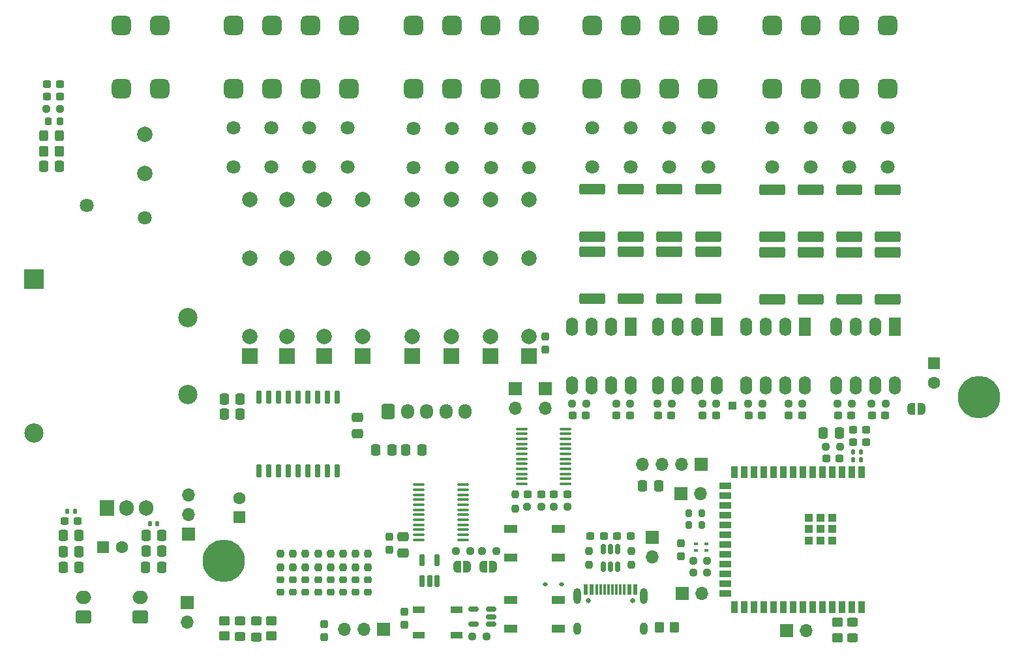
<source format=gbr>
%TF.GenerationSoftware,KiCad,Pcbnew,8.0.4*%
%TF.CreationDate,2024-11-14T02:45:49+01:00*%
%TF.ProjectId,hamodule,68616d6f-6475-46c6-952e-6b696361645f,20240908.25.8-2*%
%TF.SameCoordinates,Original*%
%TF.FileFunction,Soldermask,Top*%
%TF.FilePolarity,Negative*%
%FSLAX46Y46*%
G04 Gerber Fmt 4.6, Leading zero omitted, Abs format (unit mm)*
G04 Created by KiCad (PCBNEW 8.0.4) date 2024-11-14 02:45:49*
%MOMM*%
%LPD*%
G01*
G04 APERTURE LIST*
G04 Aperture macros list*
%AMRoundRect*
0 Rectangle with rounded corners*
0 $1 Rounding radius*
0 $2 $3 $4 $5 $6 $7 $8 $9 X,Y pos of 4 corners*
0 Add a 4 corners polygon primitive as box body*
4,1,4,$2,$3,$4,$5,$6,$7,$8,$9,$2,$3,0*
0 Add four circle primitives for the rounded corners*
1,1,$1+$1,$2,$3*
1,1,$1+$1,$4,$5*
1,1,$1+$1,$6,$7*
1,1,$1+$1,$8,$9*
0 Add four rect primitives between the rounded corners*
20,1,$1+$1,$2,$3,$4,$5,0*
20,1,$1+$1,$4,$5,$6,$7,0*
20,1,$1+$1,$6,$7,$8,$9,0*
20,1,$1+$1,$8,$9,$2,$3,0*%
%AMFreePoly0*
4,1,19,0.000000,0.744911,0.071157,0.744911,0.207708,0.704816,0.327430,0.627875,0.420627,0.520320,0.479746,0.390866,0.500000,0.250000,0.500000,-0.250000,0.479746,-0.390866,0.420627,-0.520320,0.327430,-0.627875,0.207708,-0.704816,0.071157,-0.744911,0.000000,-0.744911,0.000000,-0.750000,-0.500000,-0.750000,-0.500000,0.750000,0.000000,0.750000,0.000000,0.744911,0.000000,0.744911,
$1*%
%AMFreePoly1*
4,1,19,0.500000,-0.750000,0.000000,-0.750000,0.000000,-0.744911,-0.071157,-0.744911,-0.207708,-0.704816,-0.327430,-0.627875,-0.420627,-0.520320,-0.479746,-0.390866,-0.500000,-0.250000,-0.500000,0.250000,-0.479746,0.390866,-0.420627,0.520320,-0.327430,0.627875,-0.207708,0.704816,-0.071157,0.744911,0.000000,0.744911,0.000000,0.750000,0.500000,0.750000,0.500000,-0.750000,0.500000,-0.750000,
$1*%
G04 Aperture macros list end*
%ADD10RoundRect,0.237500X-0.237500X0.250000X-0.237500X-0.250000X0.237500X-0.250000X0.237500X0.250000X0*%
%ADD11RoundRect,0.162500X0.162500X-0.617500X0.162500X0.617500X-0.162500X0.617500X-0.162500X-0.617500X0*%
%ADD12R,1.700000X1.700000*%
%ADD13O,1.700000X1.700000*%
%ADD14RoundRect,0.249999X-1.425001X0.450001X-1.425001X-0.450001X1.425001X-0.450001X1.425001X0.450001X0*%
%ADD15C,1.800000*%
%ADD16RoundRect,0.250000X0.450000X-0.325000X0.450000X0.325000X-0.450000X0.325000X-0.450000X-0.325000X0*%
%ADD17RoundRect,0.250000X0.450000X-0.350000X0.450000X0.350000X-0.450000X0.350000X-0.450000X-0.350000X0*%
%ADD18RoundRect,0.250000X0.750000X-0.600000X0.750000X0.600000X-0.750000X0.600000X-0.750000X-0.600000X0*%
%ADD19O,2.000000X1.700000*%
%ADD20RoundRect,0.250000X0.337500X0.475000X-0.337500X0.475000X-0.337500X-0.475000X0.337500X-0.475000X0*%
%ADD21R,2.500000X2.500000*%
%ADD22C,2.500000*%
%ADD23R,1.905000X2.000000*%
%ADD24O,1.905000X2.000000*%
%ADD25RoundRect,0.625000X0.625000X0.625000X-0.625000X0.625000X-0.625000X-0.625000X0.625000X-0.625000X0*%
%ADD26C,2.000000*%
%ADD27R,1.600000X2.400000*%
%ADD28O,1.600000X2.400000*%
%ADD29RoundRect,0.237500X-0.250000X-0.237500X0.250000X-0.237500X0.250000X0.237500X-0.250000X0.237500X0*%
%ADD30RoundRect,0.237500X0.300000X0.237500X-0.300000X0.237500X-0.300000X-0.237500X0.300000X-0.237500X0*%
%ADD31R,1.800000X1.100000*%
%ADD32RoundRect,0.237500X-0.300000X-0.237500X0.300000X-0.237500X0.300000X0.237500X-0.300000X0.237500X0*%
%ADD33RoundRect,0.237500X-0.237500X0.300000X-0.237500X-0.300000X0.237500X-0.300000X0.237500X0.300000X0*%
%ADD34RoundRect,0.150000X0.150000X-0.725000X0.150000X0.725000X-0.150000X0.725000X-0.150000X-0.725000X0*%
%ADD35R,1.600000X1.600000*%
%ADD36C,1.600000*%
%ADD37RoundRect,0.237500X0.237500X-0.250000X0.237500X0.250000X-0.237500X0.250000X-0.237500X-0.250000X0*%
%ADD38RoundRect,0.218750X0.256250X-0.218750X0.256250X0.218750X-0.256250X0.218750X-0.256250X-0.218750X0*%
%ADD39R,2.000000X2.000000*%
%ADD40RoundRect,0.150000X0.512500X0.150000X-0.512500X0.150000X-0.512500X-0.150000X0.512500X-0.150000X0*%
%ADD41RoundRect,0.200000X0.200000X0.275000X-0.200000X0.275000X-0.200000X-0.275000X0.200000X-0.275000X0*%
%ADD42R,0.900000X1.500000*%
%ADD43R,1.500000X0.900000*%
%ADD44R,1.000000X1.000000*%
%ADD45RoundRect,0.100000X0.637500X0.100000X-0.637500X0.100000X-0.637500X-0.100000X0.637500X-0.100000X0*%
%ADD46RoundRect,0.237500X0.237500X-0.300000X0.237500X0.300000X-0.237500X0.300000X-0.237500X-0.300000X0*%
%ADD47RoundRect,0.250000X-0.450000X0.325000X-0.450000X-0.325000X0.450000X-0.325000X0.450000X0.325000X0*%
%ADD48RoundRect,0.250000X-0.337500X-0.475000X0.337500X-0.475000X0.337500X0.475000X-0.337500X0.475000X0*%
%ADD49RoundRect,0.112500X-0.187500X-0.112500X0.187500X-0.112500X0.187500X0.112500X-0.187500X0.112500X0*%
%ADD50RoundRect,0.250000X0.350000X0.450000X-0.350000X0.450000X-0.350000X-0.450000X0.350000X-0.450000X0*%
%ADD51RoundRect,0.140000X-0.140000X-0.170000X0.140000X-0.170000X0.140000X0.170000X-0.140000X0.170000X0*%
%ADD52C,0.650000*%
%ADD53R,0.600000X1.450000*%
%ADD54R,0.300000X1.450000*%
%ADD55O,1.000000X2.100000*%
%ADD56O,1.000000X1.600000*%
%ADD57RoundRect,0.250000X-0.600000X-0.725000X0.600000X-0.725000X0.600000X0.725000X-0.600000X0.725000X0*%
%ADD58O,1.700000X1.950000*%
%ADD59RoundRect,0.250000X0.325000X0.450000X-0.325000X0.450000X-0.325000X-0.450000X0.325000X-0.450000X0*%
%ADD60FreePoly0,180.000000*%
%ADD61FreePoly1,180.000000*%
%ADD62RoundRect,0.250000X-0.475000X0.337500X-0.475000X-0.337500X0.475000X-0.337500X0.475000X0.337500X0*%
%ADD63C,5.500000*%
%ADD64RoundRect,0.140000X0.140000X0.170000X-0.140000X0.170000X-0.140000X-0.170000X0.140000X-0.170000X0*%
%ADD65RoundRect,0.250000X-0.350000X-0.450000X0.350000X-0.450000X0.350000X0.450000X-0.350000X0.450000X0*%
%ADD66R,0.500000X0.300000*%
%ADD67RoundRect,0.150000X0.150000X-0.512500X0.150000X0.512500X-0.150000X0.512500X-0.150000X-0.512500X0*%
%ADD68RoundRect,0.237500X0.250000X0.237500X-0.250000X0.237500X-0.250000X-0.237500X0.250000X-0.237500X0*%
%ADD69FreePoly1,0.000000*%
%ADD70FreePoly0,0.000000*%
%ADD71RoundRect,0.218750X0.218750X0.256250X-0.218750X0.256250X-0.218750X-0.256250X0.218750X-0.256250X0*%
G04 APERTURE END LIST*
D10*
%TO.C,R60*%
X66274000Y19443400D03*
X66274000Y17618400D03*
%TD*%
D11*
%TO.C,U14*%
X54174000Y10918400D03*
X56074000Y10918400D03*
X56074000Y8218400D03*
X55124000Y8218400D03*
X54174000Y8218400D03*
%TD*%
D12*
%TO.C,J5*%
X23674000Y5448400D03*
D13*
X23674000Y2908400D03*
%TD*%
D14*
%TO.C,R12*%
X76275000Y59056900D03*
X76275000Y52956900D03*
%TD*%
%TO.C,R11*%
X81228000Y59056900D03*
X81228000Y52956900D03*
%TD*%
D15*
%TO.C,RV1*%
X10626400Y57005330D03*
X18126400Y55372000D03*
%TD*%
D14*
%TO.C,R19*%
X81228000Y51005100D03*
X81228000Y44905100D03*
%TD*%
%TO.C,R20*%
X76275000Y51005100D03*
X76275000Y44905100D03*
%TD*%
D16*
%TO.C,D2*%
X30524000Y993400D03*
X30524000Y3043400D03*
%TD*%
D17*
%TO.C,R7*%
X28524000Y1068400D03*
X28524000Y3068400D03*
%TD*%
D18*
%TO.C,J1*%
X17574000Y3568700D03*
D19*
X17574000Y6068700D03*
%TD*%
D20*
%TO.C,C14*%
X9644200Y14098600D03*
X7569200Y14098600D03*
%TD*%
%TO.C,C8*%
X20361500Y12068400D03*
X18286500Y12068400D03*
%TD*%
D21*
%TO.C,PS1*%
X3780000Y47421800D03*
D22*
X3780000Y27421800D03*
X23780000Y32421800D03*
X23780000Y42421800D03*
%TD*%
D23*
%TO.C,U1*%
X13242700Y17729200D03*
D24*
X15782700Y17729200D03*
X18322700Y17729200D03*
%TD*%
D25*
%TO.C,J15*%
X44691800Y72136000D03*
X44691800Y80335999D03*
X39691800Y72136000D03*
X39691800Y80335999D03*
X34691800Y72136000D03*
X34691800Y80335999D03*
X29691800Y72136000D03*
X29691800Y80335999D03*
%TD*%
%TO.C,J2*%
X20144000Y72112401D03*
X20144000Y80312400D03*
X15144000Y72112401D03*
X15144000Y80312400D03*
%TD*%
%TO.C,J7*%
X91264000Y72140201D03*
X91264000Y80340200D03*
X86264000Y72140201D03*
X86264000Y80340200D03*
X81264000Y72140201D03*
X81264000Y80340200D03*
X76264000Y72140201D03*
X76264000Y80340200D03*
%TD*%
D26*
%TO.C,F1*%
X18161000Y66243200D03*
X18151000Y61163200D03*
%TD*%
D27*
%TO.C,U4*%
X115513178Y41232282D03*
D28*
X112973178Y41232282D03*
X110433178Y41232282D03*
X107893178Y41232282D03*
X107893178Y33612282D03*
X110433178Y33612282D03*
X112973178Y33612282D03*
X115513178Y33612282D03*
%TD*%
D14*
%TO.C,R21*%
X91286400Y51005100D03*
X91286400Y44905100D03*
%TD*%
%TO.C,R10*%
X86257200Y59056900D03*
X86257200Y52956900D03*
%TD*%
%TO.C,R9*%
X91286400Y59056900D03*
X91286400Y52956900D03*
%TD*%
D27*
%TO.C,U7*%
X81205300Y41228800D03*
D28*
X78665300Y41228800D03*
X76125300Y41228800D03*
X73585300Y41228800D03*
X73585300Y33608800D03*
X76125300Y33608800D03*
X78665300Y33608800D03*
X81205300Y33608800D03*
%TD*%
D27*
%TO.C,U6*%
X92381300Y41228800D03*
D28*
X89841300Y41228800D03*
X87301300Y41228800D03*
X84761300Y41228800D03*
X84761300Y33608800D03*
X87301300Y33608800D03*
X89841300Y33608800D03*
X92381300Y33608800D03*
%TD*%
D14*
%TO.C,R22*%
X86257200Y51005100D03*
X86257200Y44905100D03*
%TD*%
D29*
%TO.C,R1*%
X106588402Y25681201D03*
X108413402Y25681201D03*
%TD*%
D30*
%TO.C,C3*%
X108350902Y24157201D03*
X106625902Y24157201D03*
%TD*%
D18*
%TO.C,J4*%
X10174000Y3568700D03*
D19*
X10174000Y6068700D03*
%TD*%
D31*
%TO.C,SW2*%
X65671000Y14968400D03*
X71871000Y14968400D03*
X65671000Y11268400D03*
X71871000Y11268400D03*
%TD*%
%TO.C,SW3*%
X65669800Y5765800D03*
X71869800Y5765800D03*
X65669800Y2065800D03*
X71869800Y2065800D03*
%TD*%
D12*
%TO.C,J10*%
X101429402Y1808701D03*
D13*
X103969402Y1808701D03*
%TD*%
D32*
%TO.C,C6*%
X110099000Y26268400D03*
X111824000Y26268400D03*
%TD*%
D33*
%TO.C,C30*%
X87779402Y13161201D03*
X87779402Y11436201D03*
%TD*%
D12*
%TO.C,J19*%
X70174000Y33168400D03*
D13*
X70174000Y30628400D03*
%TD*%
D30*
%TO.C,C11*%
X77724000Y14078701D03*
X75999000Y14078701D03*
%TD*%
D16*
%TO.C,D3*%
X32624000Y968400D03*
X32624000Y3018400D03*
%TD*%
D34*
%TO.C,U11*%
X32964000Y22543400D03*
X34234000Y22543400D03*
X35504000Y22543400D03*
X36774000Y22543400D03*
X38044000Y22543400D03*
X39314000Y22543400D03*
X40584000Y22543400D03*
X41854000Y22543400D03*
X43124000Y22543400D03*
X43124000Y32093400D03*
X41854000Y32093400D03*
X40584000Y32093400D03*
X39314000Y32093400D03*
X38044000Y32093400D03*
X36774000Y32093400D03*
X35504000Y32093400D03*
X34234000Y32093400D03*
X32964000Y32093400D03*
%TD*%
D35*
%TO.C,C19*%
X120624000Y36468400D03*
D36*
X120624000Y33968400D03*
%TD*%
D12*
%TO.C,J14*%
X90364000Y23368400D03*
D13*
X87824000Y23368400D03*
X85284000Y23368400D03*
X82744000Y23368400D03*
%TD*%
D37*
%TO.C,R46*%
X37396000Y9965496D03*
X37396000Y11790496D03*
%TD*%
D25*
%TO.C,J6*%
X114621702Y72140201D03*
X114621702Y80340200D03*
X109621702Y72140201D03*
X109621702Y80340200D03*
X104621702Y72140201D03*
X104621702Y80340200D03*
X99621702Y72140201D03*
X99621702Y80340200D03*
%TD*%
%TO.C,J16*%
X68059800Y72136000D03*
X68059800Y80335999D03*
X63059800Y72136000D03*
X63059800Y80335999D03*
X58059800Y72136000D03*
X58059800Y80335999D03*
X53059800Y72136000D03*
X53059800Y80335999D03*
%TD*%
D37*
%TO.C,R45*%
X35770400Y9967396D03*
X35770400Y11792396D03*
%TD*%
D14*
%TO.C,R25*%
X104583200Y50900600D03*
X104583200Y44800600D03*
%TD*%
D32*
%TO.C,C25*%
X96524002Y29707101D03*
X98249002Y29707101D03*
%TD*%
D30*
%TO.C,C40*%
X7174000Y72718400D03*
X5449000Y72718400D03*
%TD*%
D14*
%TO.C,R15*%
X104583200Y59032600D03*
X104583200Y52932600D03*
%TD*%
D38*
%TO.C,D5*%
X35770400Y6790296D03*
X35770400Y8365296D03*
%TD*%
D32*
%TO.C,C23*%
X108156102Y29707101D03*
X109881102Y29707101D03*
%TD*%
D15*
%TO.C,F15*%
X58026800Y61849000D03*
X58026800Y66929000D03*
%TD*%
D17*
%TO.C,R8*%
X34624000Y1068400D03*
X34624000Y3068400D03*
%TD*%
D29*
%TO.C,R32*%
X84738626Y31255920D03*
X86563626Y31255920D03*
%TD*%
D39*
%TO.C,K5*%
X52911000Y37424500D03*
D26*
X52911000Y39964500D03*
X52911000Y50124500D03*
X52911000Y57744500D03*
%TD*%
D12*
%TO.C,J12*%
X87724000Y19568400D03*
D13*
X90264000Y19568400D03*
%TD*%
D15*
%TO.C,F4*%
X81228000Y61952500D03*
X81228000Y67032500D03*
%TD*%
D37*
%TO.C,R50*%
X43898400Y9967396D03*
X43898400Y11792396D03*
%TD*%
%TO.C,R49*%
X42272800Y9965496D03*
X42272800Y11790496D03*
%TD*%
D14*
%TO.C,R26*%
X99644200Y50852800D03*
X99644200Y44752800D03*
%TD*%
D29*
%TO.C,R34*%
X73611526Y31255920D03*
X75436526Y31255920D03*
%TD*%
D40*
%TO.C,U10*%
X63124000Y2641600D03*
X63124000Y3591600D03*
X63124000Y4541600D03*
X60849000Y4541600D03*
X60849000Y2641600D03*
%TD*%
D41*
%TO.C,R5*%
X90454402Y16988701D03*
X88804402Y16988701D03*
%TD*%
D35*
%TO.C,C18*%
X30424000Y16486020D03*
D36*
X30424000Y18986020D03*
%TD*%
D29*
%TO.C,R27*%
X112511500Y31231101D03*
X114336500Y31231101D03*
%TD*%
D14*
%TO.C,R16*%
X99644200Y58982800D03*
X99644200Y52882800D03*
%TD*%
D41*
%TO.C,R6*%
X90454402Y15513701D03*
X88804402Y15513701D03*
%TD*%
D42*
%TO.C,U3*%
X111239402Y22348701D03*
X109969402Y22348701D03*
X108699402Y22348701D03*
X107429402Y22348701D03*
X106159402Y22348701D03*
X104889402Y22348701D03*
X103619402Y22348701D03*
X102349402Y22348701D03*
X101079402Y22348701D03*
X99809402Y22348701D03*
X98539402Y22348701D03*
X97269402Y22348701D03*
X95999402Y22348701D03*
X94729402Y22348701D03*
D43*
X93479402Y20583701D03*
X93479402Y19313701D03*
X93479402Y18043701D03*
X93479402Y16773701D03*
X93479402Y15503701D03*
X93479402Y14233701D03*
X93479402Y12963701D03*
X93479402Y11693701D03*
X93479402Y10423701D03*
X93479402Y9153701D03*
X93479402Y7883701D03*
X93479402Y6613701D03*
D42*
X94729402Y4848701D03*
X95999402Y4848701D03*
X97269402Y4848701D03*
X98539402Y4848701D03*
X99809402Y4848701D03*
X101079402Y4848701D03*
X102349402Y4848701D03*
X103619402Y4848701D03*
X104889402Y4848701D03*
X106159402Y4848701D03*
X107429402Y4848701D03*
X108699402Y4848701D03*
X109969402Y4848701D03*
X111239402Y4848701D03*
D44*
X107389402Y16458701D03*
X105889402Y16458701D03*
X104389402Y16458701D03*
X107389402Y14958701D03*
X105889402Y14958701D03*
X104389402Y14958701D03*
X107389402Y13458701D03*
X105889402Y13458701D03*
X104389402Y13458701D03*
%TD*%
D14*
%TO.C,R13*%
X114616200Y59032600D03*
X114616200Y52932600D03*
%TD*%
D38*
%TO.C,D10*%
X43898400Y6790396D03*
X43898400Y8365396D03*
%TD*%
D45*
%TO.C,U12*%
X59449000Y13568400D03*
X59449000Y14218400D03*
X59449000Y14868400D03*
X59449000Y15518400D03*
X59449000Y16168400D03*
X59449000Y16818400D03*
X59449000Y17468400D03*
X59449000Y18118400D03*
X59449000Y18768400D03*
X59449000Y19418400D03*
X59449000Y20068400D03*
X59449000Y20718400D03*
X53724000Y20718400D03*
X53724000Y20068400D03*
X53724000Y19418400D03*
X53724000Y18768400D03*
X53724000Y18118400D03*
X53724000Y17468400D03*
X53724000Y16818400D03*
X53724000Y16168400D03*
X53724000Y15518400D03*
X53724000Y14868400D03*
X53724000Y14218400D03*
X53724000Y13568400D03*
%TD*%
D39*
%TO.C,K6*%
X57991000Y37424500D03*
D26*
X57991000Y39964500D03*
X57991000Y50124500D03*
X57991000Y57744500D03*
%TD*%
D29*
%TO.C,R44*%
X60659400Y1051600D03*
X62484400Y1051600D03*
%TD*%
D15*
%TO.C,F2*%
X91286400Y61952500D03*
X91286400Y67032500D03*
%TD*%
D12*
%TO.C,J17*%
X66274000Y33158400D03*
D13*
X66274000Y30618400D03*
%TD*%
D12*
%TO.C,J13*%
X84039402Y13923701D03*
D13*
X84039402Y11383701D03*
%TD*%
D15*
%TO.C,F7*%
X109626400Y61950600D03*
X109626400Y67030600D03*
%TD*%
D46*
%TO.C,C31*%
X51839200Y2540700D03*
X51839200Y4265700D03*
%TD*%
D12*
%TO.C,J11*%
X87929800Y6578600D03*
D13*
X90469800Y6578600D03*
%TD*%
D29*
%TO.C,R29*%
X101706402Y31231101D03*
X103531402Y31231101D03*
%TD*%
D44*
%TO.C,TP1*%
X94424000Y30968400D03*
%TD*%
D47*
%TO.C,D13*%
X110058200Y2879200D03*
X110058200Y829200D03*
%TD*%
D48*
%TO.C,C35*%
X48149000Y25268400D03*
X50224000Y25268400D03*
%TD*%
D33*
%TO.C,C34*%
X49924000Y13993400D03*
X49924000Y12268400D03*
%TD*%
D49*
%TO.C,D1*%
X70174000Y7768400D03*
X72274000Y7768400D03*
%TD*%
D15*
%TO.C,F8*%
X104621800Y61950600D03*
X104621800Y67030600D03*
%TD*%
%TO.C,F13*%
X44532300Y61935500D03*
X44532300Y67015500D03*
%TD*%
D27*
%TO.C,U5*%
X103829178Y41232282D03*
D28*
X101289178Y41232282D03*
X98749178Y41232282D03*
X96209178Y41232282D03*
X96209178Y33612282D03*
X98749178Y33612282D03*
X101289178Y33612282D03*
X103829178Y33612282D03*
%TD*%
D14*
%TO.C,R14*%
X109637800Y59032600D03*
X109637800Y52932600D03*
%TD*%
D30*
%TO.C,C22*%
X114286500Y29707101D03*
X112561500Y29707101D03*
%TD*%
D20*
%TO.C,C15*%
X9644200Y12041200D03*
X7569200Y12041200D03*
%TD*%
D12*
%TO.C,J8*%
X49116800Y1966700D03*
D13*
X46576800Y1966700D03*
X44036800Y1966700D03*
%TD*%
D32*
%TO.C,C42*%
X5449000Y71118400D03*
X7174000Y71118400D03*
%TD*%
D50*
%TO.C,R55*%
X7074000Y64018400D03*
X5074000Y64018400D03*
%TD*%
D51*
%TO.C,C44*%
X110144000Y24968400D03*
X111104000Y24968400D03*
%TD*%
D15*
%TO.C,F14*%
X53073800Y61849000D03*
X53073800Y66929000D03*
%TD*%
D52*
%TO.C,J3*%
X75715402Y5692801D03*
X81495402Y5692801D03*
D53*
X75355402Y7137801D03*
X76155402Y7137801D03*
D54*
X77355402Y7137801D03*
X78355402Y7137801D03*
X78855402Y7137801D03*
X79855402Y7137801D03*
D53*
X81055402Y7137801D03*
X81855402Y7137801D03*
X81855402Y7137801D03*
X81055402Y7137801D03*
D54*
X80355402Y7137801D03*
X79355402Y7137801D03*
X77855402Y7137801D03*
X76855402Y7137801D03*
D53*
X76155402Y7137801D03*
X75355402Y7137801D03*
D55*
X74285402Y6222801D03*
D56*
X74285402Y2042801D03*
D55*
X82925402Y6222801D03*
D56*
X82925402Y2042801D03*
%TD*%
D29*
%TO.C,R31*%
X90529826Y31255920D03*
X92354826Y31255920D03*
%TD*%
D32*
%TO.C,C47*%
X71286500Y19468400D03*
X73011500Y19468400D03*
%TD*%
D57*
%TO.C,J9*%
X49762400Y30243000D03*
D58*
X52262400Y30243000D03*
X54762400Y30243000D03*
X57262400Y30243000D03*
X59762400Y30243000D03*
%TD*%
D29*
%TO.C,R36*%
X67786500Y17868400D03*
X69611500Y17868400D03*
%TD*%
D37*
%TO.C,R47*%
X39021600Y9965496D03*
X39021600Y11790496D03*
%TD*%
D12*
%TO.C,SW1*%
X23834000Y14298400D03*
D13*
X23834000Y16838400D03*
X23834000Y19378400D03*
%TD*%
D32*
%TO.C,C27*%
X84785626Y29731920D03*
X86510626Y29731920D03*
%TD*%
D38*
%TO.C,D12*%
X47149600Y6790396D03*
X47149600Y8365396D03*
%TD*%
D45*
%TO.C,U9*%
X72799000Y20818400D03*
X72799000Y21468400D03*
X72799000Y22118400D03*
X72799000Y22768400D03*
X72799000Y23418400D03*
X72799000Y24068400D03*
X72799000Y24718400D03*
X72799000Y25368400D03*
X72799000Y26018400D03*
X72799000Y26668400D03*
X72799000Y27318400D03*
X72799000Y27968400D03*
X67074000Y27968400D03*
X67074000Y27318400D03*
X67074000Y26668400D03*
X67074000Y26018400D03*
X67074000Y25368400D03*
X67074000Y24718400D03*
X67074000Y24068400D03*
X67074000Y23418400D03*
X67074000Y22768400D03*
X67074000Y22118400D03*
X67074000Y21468400D03*
X67074000Y20818400D03*
%TD*%
D32*
%TO.C,C28*%
X79402600Y29731920D03*
X81127600Y29731920D03*
%TD*%
D20*
%TO.C,C10*%
X20353700Y10004400D03*
X18278700Y10004400D03*
%TD*%
D15*
%TO.C,F6*%
X114604800Y61950600D03*
X114604800Y67030600D03*
%TD*%
%TO.C,F3*%
X86257200Y61952500D03*
X86257200Y67032500D03*
%TD*%
D29*
%TO.C,R30*%
X96474002Y31231101D03*
X98299002Y31231101D03*
%TD*%
D59*
%TO.C,D14*%
X7074000Y66018400D03*
X5024000Y66018400D03*
%TD*%
D38*
%TO.C,D6*%
X37396000Y6790396D03*
X37396000Y8365396D03*
%TD*%
D33*
%TO.C,C33*%
X41427400Y2615100D03*
X41427400Y890100D03*
%TD*%
D15*
%TO.C,F16*%
X63106800Y61849000D03*
X63106800Y66929000D03*
%TD*%
D48*
%TO.C,C38*%
X82799000Y20568400D03*
X84874000Y20568400D03*
%TD*%
D37*
%TO.C,R52*%
X47149600Y9967396D03*
X47149600Y11792396D03*
%TD*%
D32*
%TO.C,C24*%
X101756402Y29707101D03*
X103481402Y29707101D03*
%TD*%
D48*
%TO.C,C36*%
X52049000Y25268400D03*
X54124000Y25268400D03*
%TD*%
D30*
%TO.C,C26*%
X92301826Y29731920D03*
X90576826Y29731920D03*
%TD*%
D60*
%TO.C,JP2*%
X62074000Y10068400D03*
D61*
X63374000Y10068400D03*
%TD*%
D62*
%TO.C,C37*%
X45724000Y29443400D03*
X45724000Y27368400D03*
%TD*%
D43*
%TO.C,D4*%
X53724000Y4518400D03*
X53724000Y1218400D03*
X58624000Y1218400D03*
X58624000Y4518400D03*
%TD*%
D63*
%TO.C,H5*%
X28374000Y10868400D03*
%TD*%
D29*
%TO.C,R35*%
X71224000Y17868400D03*
X73049000Y17868400D03*
%TD*%
D60*
%TO.C,JP3*%
X58724000Y10068400D03*
D61*
X60024000Y10068400D03*
%TD*%
D37*
%TO.C,R4*%
X81309402Y10296201D03*
X81309402Y12121201D03*
%TD*%
D64*
%TO.C,C49*%
X9084000Y17268400D03*
X8124000Y17268400D03*
%TD*%
D37*
%TO.C,R51*%
X45524000Y9967396D03*
X45524000Y11792396D03*
%TD*%
D30*
%TO.C,C46*%
X69611500Y19468400D03*
X67886500Y19468400D03*
%TD*%
%TO.C,C17*%
X9449000Y15968400D03*
X7724000Y15968400D03*
%TD*%
D39*
%TO.C,K1*%
X31818300Y37424500D03*
D26*
X31818300Y39964500D03*
X31818300Y50124500D03*
X31818300Y57744500D03*
%TD*%
D39*
%TO.C,K2*%
X36644300Y37424500D03*
D26*
X36644300Y39964500D03*
X36644300Y50124500D03*
X36644300Y57744500D03*
%TD*%
D15*
%TO.C,F11*%
X34612300Y61935500D03*
X34612300Y67015500D03*
%TD*%
D39*
%TO.C,K4*%
X46423300Y37424500D03*
D26*
X46423300Y39964500D03*
X46423300Y50124500D03*
X46423300Y57744500D03*
%TD*%
D39*
%TO.C,K7*%
X63071000Y37424500D03*
D26*
X63071000Y39964500D03*
X63071000Y50124500D03*
X63071000Y57744500D03*
%TD*%
D39*
%TO.C,K8*%
X68024000Y37424500D03*
D26*
X68024000Y39964500D03*
X68024000Y50124500D03*
X68024000Y57744500D03*
%TD*%
D20*
%TO.C,C21*%
X30524000Y29868400D03*
X28449000Y29868400D03*
%TD*%
D65*
%TO.C,R2*%
X84944200Y2184400D03*
X86944200Y2184400D03*
%TD*%
D66*
%TO.C,U8*%
X91089402Y12205101D03*
X91089402Y13005101D03*
X89689402Y13005101D03*
X89689402Y12205101D03*
%TD*%
D38*
%TO.C,D8*%
X40647200Y6790396D03*
X40647200Y8365396D03*
%TD*%
D67*
%TO.C,U2*%
X77659402Y10101201D03*
X78609402Y10101201D03*
X79559402Y10101201D03*
X79559402Y12376201D03*
X78609402Y12376201D03*
X77659402Y12376201D03*
%TD*%
D39*
%TO.C,K3*%
X41470300Y37424500D03*
D26*
X41470300Y39964500D03*
X41470300Y50124500D03*
X41470300Y57744500D03*
%TD*%
D32*
%TO.C,C13*%
X79499000Y14078701D03*
X81224000Y14078701D03*
%TD*%
D63*
%TO.C,H4*%
X126424000Y32080200D03*
%TD*%
D48*
%TO.C,C41*%
X4999000Y62018400D03*
X7074000Y62018400D03*
%TD*%
D29*
%TO.C,R17*%
X89358502Y10795000D03*
X91183502Y10795000D03*
%TD*%
D20*
%TO.C,C16*%
X9644200Y10009200D03*
X7569200Y10009200D03*
%TD*%
D38*
%TO.C,D7*%
X39021600Y6790396D03*
X39021600Y8365396D03*
%TD*%
D14*
%TO.C,R24*%
X109637800Y50904600D03*
X109637800Y44804600D03*
%TD*%
D35*
%TO.C,C12*%
X12734700Y12649200D03*
D36*
X15234700Y12649200D03*
%TD*%
D15*
%TO.C,F9*%
X99621800Y61980000D03*
X99621800Y67060000D03*
%TD*%
%TO.C,F5*%
X76249600Y61952500D03*
X76249600Y67032500D03*
%TD*%
D68*
%TO.C,R54*%
X7174000Y69518400D03*
X5349000Y69518400D03*
%TD*%
D38*
%TO.C,D9*%
X42272800Y6790396D03*
X42272800Y8365396D03*
%TD*%
D69*
%TO.C,JP1*%
X117674000Y30568400D03*
D70*
X118974000Y30568400D03*
%TD*%
D14*
%TO.C,R23*%
X114616200Y50904600D03*
X114616200Y44804600D03*
%TD*%
D32*
%TO.C,C4*%
X110099000Y27868400D03*
X111824000Y27868400D03*
%TD*%
D20*
%TO.C,C5*%
X20361500Y14168400D03*
X18286500Y14168400D03*
%TD*%
D15*
%TO.C,F17*%
X68059800Y61849000D03*
X68059800Y66929000D03*
%TD*%
D20*
%TO.C,C20*%
X30524000Y31868400D03*
X28449000Y31868400D03*
%TD*%
D37*
%TO.C,R48*%
X40647200Y9965496D03*
X40647200Y11790496D03*
%TD*%
D51*
%TO.C,C43*%
X110144000Y23968400D03*
X111104000Y23968400D03*
%TD*%
D29*
%TO.C,R33*%
X79351926Y31267400D03*
X81176926Y31267400D03*
%TD*%
%TO.C,R18*%
X89358502Y9271000D03*
X91183502Y9271000D03*
%TD*%
D15*
%TO.C,F10*%
X29659300Y61935500D03*
X29659300Y67015500D03*
%TD*%
D29*
%TO.C,R37*%
X63774000Y12068400D03*
X61949000Y12068400D03*
%TD*%
D68*
%TO.C,R38*%
X60386500Y12068400D03*
X58561500Y12068400D03*
%TD*%
D17*
%TO.C,R53*%
X108102400Y854200D03*
X108102400Y2854200D03*
%TD*%
D37*
%TO.C,R3*%
X75839402Y10316201D03*
X75839402Y12141201D03*
%TD*%
D33*
%TO.C,C9*%
X70154000Y39953400D03*
X70154000Y38228400D03*
%TD*%
D32*
%TO.C,C29*%
X73660426Y29731920D03*
X75385426Y29731920D03*
%TD*%
D15*
%TO.C,F12*%
X39532300Y61935500D03*
X39532300Y67015500D03*
%TD*%
D20*
%TO.C,C7*%
X108324000Y27468400D03*
X106249000Y27468400D03*
%TD*%
D64*
%TO.C,C48*%
X19784000Y15668400D03*
X18824000Y15668400D03*
%TD*%
D62*
%TO.C,C32*%
X51674000Y13943400D03*
X51674000Y11868400D03*
%TD*%
D38*
%TO.C,D11*%
X45524000Y6790396D03*
X45524000Y8365396D03*
%TD*%
D29*
%TO.C,R28*%
X108105302Y31231101D03*
X109930302Y31231101D03*
%TD*%
D71*
%TO.C,D15*%
X7174000Y67918400D03*
X5599000Y67918400D03*
%TD*%
M02*

</source>
